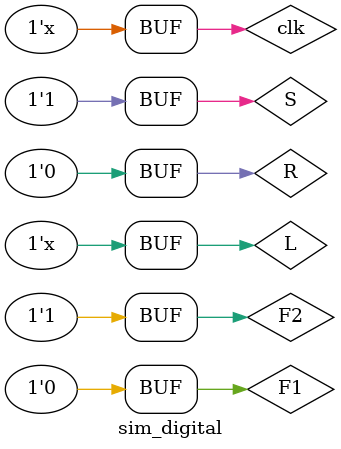
<source format=v>
`timescale 1ns / 1ps


module sim_digital( );
    reg clk,F1, F2, L, R, S;
    wire [14:0]led;
    
    initial
        begin 
            clk <= 1;
            F1 <= 1;
            F2 <= 1;
            L <= 1;
            R <= 0;
            S <= 0;
            #40 F1 <= 0;
            #20 S <= 1;
        end
        
     always #5 clk = ~clk;
     always #100  L = ~L;
//     always #100 R = ~R;
     Digital_Tug_of_War u(clk,S,F1,F2,L,R,led);
endmodule

</source>
